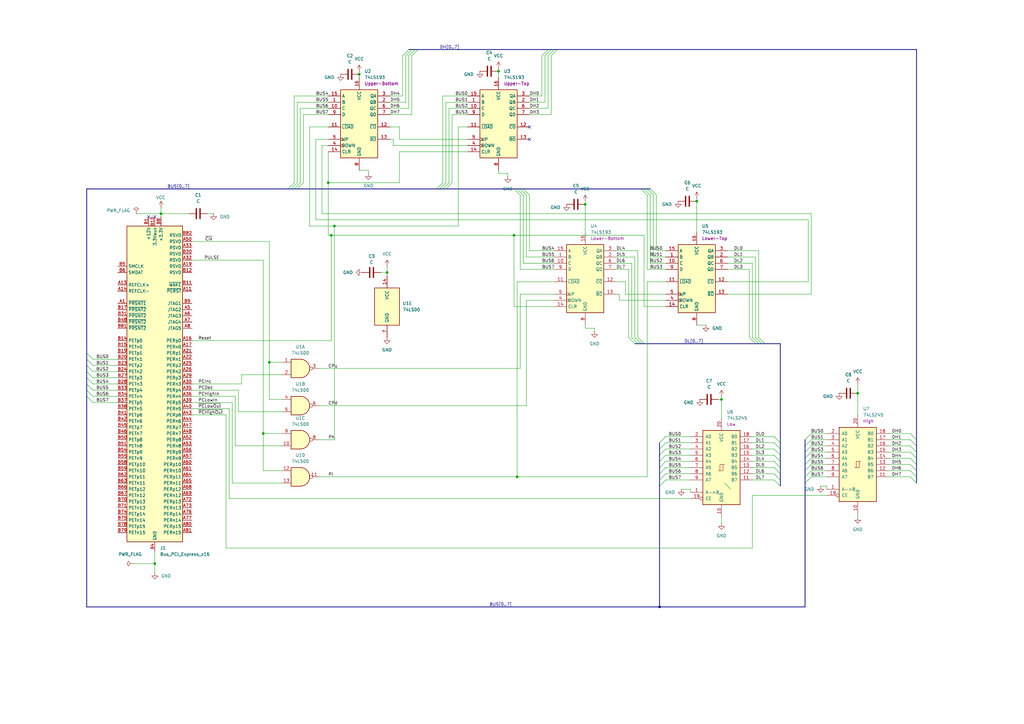
<source format=kicad_sch>
(kicad_sch (version 20250114) (generator "eeschema") (generator_version "9.0")
  (paper "A3")
  (junction (at 66.04 87.63))
  (junction (at 204.47 29.21))
  (junction (at 134.62 74.93))
  (junction (at 137.16 92.71))
  (junction (at 240.03 83.82))
  (junction (at 107.95 177.8))
  (junction (at 210.82 96.52))
  (junction (at 212.09 195.58))
  (junction (at 270.51 248.92))
  (junction (at 110.49 148.59))
  (junction (at 63.5 231.14))
  (junction (at 147.32 30.48))
  (junction (at 158.75 111.76))
  (junction (at 285.75 82.55))
  (junction (at 135.89 96.52))
  (junction (at 295.91 163.83))
  (junction (at 351.79 161.29))
  (no_connect (at 60.96 88.9))
  (no_connect (at 217.17 52.07))
  (no_connect (at 217.17 57.15))
  (no_connect (at 63.5 88.9))
  (bus_entry (at 320.04 186.69) (size -2.54 -2.54))
  (bus_entry (at 179.07 77.47) (size 2.54 -2.54))
  (bus_entry (at 311.15 140.97) (size -2.54 -2.54))
  (bus_entry (at 270.51 196.85) (size 2.54 -2.54))
  (bus_entry (at 309.88 140.97) (size -2.54 -2.54))
  (bus_entry (at 375.92 193.04) (size -2.54 -2.54))
  (bus_entry (at 375.92 187.96) (size -2.54 -2.54))
  (bus_entry (at 330.2 193.04) (size 2.54 -2.54))
  (bus_entry (at 35.56 152.4) (size 2.54 2.54))
  (bus_entry (at 35.56 154.94) (size 2.54 2.54))
  (bus_entry (at 270.51 194.31) (size 2.54 -2.54))
  (bus_entry (at 375.92 182.88) (size -2.54 -2.54))
  (bus_entry (at 270.51 186.69) (size 2.54 -2.54))
  (bus_entry (at 264.16 140.97) (size -2.54 -2.54))
  (bus_entry (at 313.69 140.97) (size -2.54 -2.54))
  (bus_entry (at 312.42 140.97) (size -2.54 -2.54))
  (bus_entry (at 210.82 77.47) (size 2.54 2.54))
  (bus_entry (at 118.11 77.47) (size 2.54 -2.54))
  (bus_entry (at 266.7 77.47) (size 2.54 2.54))
  (bus_entry (at 264.16 77.47) (size 2.54 2.54))
  (bus_entry (at 35.56 162.56) (size 2.54 2.54))
  (bus_entry (at 270.51 184.15) (size 2.54 -2.54))
  (bus_entry (at 270.51 181.61) (size 2.54 -2.54))
  (bus_entry (at 320.04 181.61) (size -2.54 -2.54))
  (bus_entry (at 224.79 20.32) (size -2.54 2.54))
  (bus_entry (at 375.92 185.42) (size -2.54 -2.54))
  (bus_entry (at 330.2 198.12) (size 2.54 -2.54))
  (bus_entry (at 320.04 184.15) (size -2.54 -2.54))
  (bus_entry (at 121.92 77.47) (size 2.54 -2.54))
  (bus_entry (at 35.56 160.02) (size 2.54 2.54))
  (bus_entry (at 375.92 195.58) (size -2.54 -2.54))
  (bus_entry (at 330.2 190.5) (size 2.54 -2.54))
  (bus_entry (at 227.33 20.32) (size -2.54 2.54))
  (bus_entry (at 35.56 149.86) (size 2.54 2.54))
  (bus_entry (at 320.04 199.39) (size -2.54 -2.54))
  (bus_entry (at 330.2 187.96) (size 2.54 -2.54))
  (bus_entry (at 182.88 77.47) (size 2.54 -2.54))
  (bus_entry (at 262.89 140.97) (size -2.54 -2.54))
  (bus_entry (at 261.62 140.97) (size -2.54 -2.54))
  (bus_entry (at 119.38 77.47) (size 2.54 -2.54))
  (bus_entry (at 375.92 190.5) (size -2.54 -2.54))
  (bus_entry (at 320.04 196.85) (size -2.54 -2.54))
  (bus_entry (at 170.18 20.32) (size -2.54 2.54))
  (bus_entry (at 167.64 20.32) (size -2.54 2.54))
  (bus_entry (at 180.34 77.47) (size 2.54 -2.54))
  (bus_entry (at 320.04 194.31) (size -2.54 -2.54))
  (bus_entry (at 330.2 182.88) (size 2.54 -2.54))
  (bus_entry (at 330.2 180.34) (size 2.54 -2.54))
  (bus_entry (at 330.2 185.42) (size 2.54 -2.54))
  (bus_entry (at 270.51 189.23) (size 2.54 -2.54))
  (bus_entry (at 297.18 198.12) (size 2.54 2.54))
  (bus_entry (at 330.2 195.58) (size 2.54 -2.54))
  (bus_entry (at 168.91 20.32) (size -2.54 2.54))
  (bus_entry (at 214.63 77.47) (size 2.54 2.54))
  (bus_entry (at 181.61 77.47) (size 2.54 -2.54))
  (bus_entry (at 226.06 20.32) (size -2.54 2.54))
  (bus_entry (at 320.04 191.77) (size -2.54 -2.54))
  (bus_entry (at 120.65 77.47) (size 2.54 -2.54))
  (bus_entry (at 375.92 198.12) (size -2.54 -2.54))
  (bus_entry (at 35.56 144.78) (size 2.54 2.54))
  (bus_entry (at 35.56 157.48) (size 2.54 2.54))
  (bus_entry (at 228.6 20.32) (size -2.54 2.54))
  (bus_entry (at 375.92 180.34) (size -2.54 -2.54))
  (bus_entry (at 270.51 199.39) (size 2.54 -2.54))
  (bus_entry (at 262.89 77.47) (size 2.54 2.54))
  (bus_entry (at 265.43 77.47) (size 2.54 2.54))
  (bus_entry (at 212.09 77.47) (size 2.54 2.54))
  (bus_entry (at 270.51 191.77) (size 2.54 -2.54))
  (bus_entry (at 260.35 140.97) (size -2.54 -2.54))
  (bus_entry (at 35.56 147.32) (size 2.54 2.54))
  (bus_entry (at 213.36 77.47) (size 2.54 2.54))
  (bus_entry (at 320.04 189.23) (size -2.54 -2.54))
  (bus_entry (at 171.45 20.32) (size -2.54 2.54))
  (wire (pts (xy 123.19 74.93) (xy 123.19 44.45)))
  (wire (pts (xy 273.05 186.69) (xy 283.21 186.69)))
  (wire (pts (xy 223.52 41.91) (xy 217.17 41.91)))
  (wire (pts (xy 217.17 46.99) (xy 226.06 46.99)))
  (wire (pts (xy 95.25 165.1) (xy 95.25 198.12)))
  (bus (pts (xy 35.56 149.86) (xy 35.56 152.4)))
  (wire (pts (xy 78.74 170.18) (xy 92.71 170.18)))
  (bus (pts (xy 320.04 184.15) (xy 320.04 186.69)))
  (wire (pts (xy 134.62 96.52) (xy 135.89 96.52)))
  (wire (pts (xy 38.1 165.1) (xy 48.26 165.1)))
  (wire (pts (xy 184.15 74.93) (xy 184.15 44.45)))
  (wire (pts (xy 130.81 195.58) (xy 212.09 195.58)))
  (wire (pts (xy 308.61 203.2) (xy 339.09 203.2)))
  (bus (pts (xy 270.51 186.69) (xy 270.51 189.23)))
  (wire (pts (xy 55.88 87.63) (xy 66.04 87.63)))
  (bus (pts (xy 270.51 191.77) (xy 270.51 194.31)))
  (wire (pts (xy 137.16 92.71) (xy 187.96 92.71)))
  (wire (pts (xy 120.65 74.93) (xy 120.65 39.37)))
  (bus (pts (xy 35.56 157.48) (xy 35.56 160.02)))
  (wire (pts (xy 273.05 184.15) (xy 283.21 184.15)))
  (wire (pts (xy 311.15 138.43) (xy 311.15 102.87)))
  (wire (pts (xy 273.05 189.23) (xy 283.21 189.23)))
  (wire (pts (xy 351.79 212.09) (xy 351.79 210.82)))
  (bus (pts (xy 260.35 140.97) (xy 261.62 140.97)))
  (wire (pts (xy 110.49 148.59) (xy 110.49 99.06)))
  (bus (pts (xy 35.56 154.94) (xy 35.56 157.48)))
  (wire (pts (xy 134.62 74.93) (xy 134.62 96.52)))
  (wire (pts (xy 260.35 138.43) (xy 260.35 105.41)))
  (wire (pts (xy 308.61 224.79) (xy 308.61 203.2)))
  (bus (pts (xy 35.56 77.47) (xy 118.11 77.47)))
  (bus (pts (xy 170.18 20.32) (xy 168.91 20.32)))
  (wire (pts (xy 264.16 96.52) (xy 264.16 125.73)))
  (bus (pts (xy 330.2 193.04) (xy 330.2 195.58)))
  (wire (pts (xy 212.09 195.58) (xy 265.43 195.58)))
  (wire (pts (xy 215.9 80.01) (xy 215.9 105.41)))
  (bus (pts (xy 168.91 20.32) (xy 167.64 20.32)))
  (wire (pts (xy 317.5 196.85) (xy 308.61 196.85)))
  (bus (pts (xy 311.15 140.97) (xy 312.42 140.97)))
  (wire (pts (xy 273.05 194.31) (xy 283.21 194.31)))
  (wire (pts (xy 298.45 115.57) (xy 331.47 115.57)))
  (bus (pts (xy 330.2 180.34) (xy 330.2 182.88)))
  (bus (pts (xy 375.92 195.58) (xy 375.92 198.12)))
  (wire (pts (xy 38.1 152.4) (xy 48.26 152.4)))
  (wire (pts (xy 339.09 180.34) (xy 332.74 180.34)))
  (wire (pts (xy 93.98 167.64) (xy 93.98 204.47)))
  (wire (pts (xy 339.09 182.88) (xy 332.74 182.88)))
  (wire (pts (xy 259.08 138.43) (xy 259.08 107.95)))
  (wire (pts (xy 252.73 120.65) (xy 254 120.65)))
  (wire (pts (xy 269.24 80.01) (xy 269.24 102.87)))
  (wire (pts (xy 267.97 80.01) (xy 267.97 105.41)))
  (wire (pts (xy 124.46 46.99) (xy 134.62 46.99)))
  (bus (pts (xy 171.45 20.32) (xy 224.79 20.32)))
  (wire (pts (xy 165.1 22.86) (xy 165.1 39.37)))
  (wire (pts (xy 123.19 44.45) (xy 134.62 44.45)))
  (wire (pts (xy 243.84 134.62) (xy 240.03 134.62)))
  (bus (pts (xy 270.51 196.85) (xy 270.51 199.39)))
  (wire (pts (xy 339.09 177.8) (xy 332.74 177.8)))
  (wire (pts (xy 87.63 87.63) (xy 85.09 87.63)))
  (wire (pts (xy 351.79 157.48) (xy 351.79 161.29)))
  (wire (pts (xy 217.17 102.87) (xy 227.33 102.87)))
  (wire (pts (xy 285.75 82.55) (xy 285.75 95.25)))
  (bus (pts (xy 171.45 20.32) (xy 170.18 20.32)))
  (wire (pts (xy 256.54 120.65) (xy 256.54 115.57)))
  (bus (pts (xy 180.34 77.47) (xy 181.61 77.47)))
  (wire (pts (xy 295.91 163.83) (xy 295.91 171.45)))
  (wire (pts (xy 215.9 166.37) (xy 215.9 123.19)))
  (wire (pts (xy 351.79 161.29) (xy 351.79 170.18)))
  (bus (pts (xy 375.92 193.04) (xy 375.92 195.58)))
  (wire (pts (xy 95.25 198.12) (xy 115.57 198.12)))
  (wire (pts (xy 317.5 186.69) (xy 308.61 186.69)))
  (wire (pts (xy 257.81 138.43) (xy 257.81 110.49)))
  (wire (pts (xy 208.28 72.39) (xy 208.28 71.12)))
  (wire (pts (xy 339.09 199.39) (xy 339.09 200.66)))
  (wire (pts (xy 181.61 39.37) (xy 191.77 39.37)))
  (bus (pts (xy 228.6 20.32) (xy 375.92 20.32)))
  (wire (pts (xy 298.45 110.49) (xy 307.34 110.49)))
  (wire (pts (xy 99.06 153.67) (xy 115.57 153.67)))
  (wire (pts (xy 185.42 46.99) (xy 191.77 46.99)))
  (bus (pts (xy 312.42 140.97) (xy 313.69 140.97)))
  (wire (pts (xy 147.32 30.48) (xy 147.32 31.75)))
  (bus (pts (xy 121.92 77.47) (xy 179.07 77.47)))
  (bus (pts (xy 226.06 20.32) (xy 224.79 20.32)))
  (wire (pts (xy 252.73 105.41) (xy 260.35 105.41)))
  (wire (pts (xy 127 92.71) (xy 127 52.07)))
  (bus (pts (xy 320.04 191.77) (xy 320.04 194.31)))
  (wire (pts (xy 151.13 69.85) (xy 147.32 69.85)))
  (wire (pts (xy 107.95 177.8) (xy 115.57 177.8)))
  (bus (pts (xy 375.92 185.42) (xy 375.92 187.96)))
  (wire (pts (xy 97.79 168.91) (xy 115.57 168.91)))
  (wire (pts (xy 309.88 138.43) (xy 309.88 105.41)))
  (wire (pts (xy 110.49 99.06) (xy 78.74 99.06)))
  (wire (pts (xy 130.81 180.34) (xy 137.16 180.34)))
  (wire (pts (xy 264.16 125.73) (xy 273.05 125.73)))
  (bus (pts (xy 270.51 248.92) (xy 330.2 248.92)))
  (wire (pts (xy 54.61 231.14) (xy 63.5 231.14)))
  (bus (pts (xy 35.56 77.47) (xy 35.56 144.78)))
  (wire (pts (xy 213.36 110.49) (xy 227.33 110.49)))
  (wire (pts (xy 167.64 44.45) (xy 160.02 44.45)))
  (wire (pts (xy 257.81 110.49) (xy 252.73 110.49)))
  (wire (pts (xy 166.37 22.86) (xy 166.37 41.91)))
  (wire (pts (xy 110.49 163.83) (xy 115.57 163.83)))
  (bus (pts (xy 330.2 187.96) (xy 330.2 190.5)))
  (wire (pts (xy 135.89 96.52) (xy 210.82 96.52)))
  (wire (pts (xy 163.83 57.15) (xy 191.77 57.15)))
  (wire (pts (xy 187.96 52.07) (xy 191.77 52.07)))
  (bus (pts (xy 330.2 185.42) (xy 330.2 187.96)))
  (wire (pts (xy 373.38 180.34) (xy 364.49 180.34)))
  (wire (pts (xy 339.09 195.58) (xy 332.74 195.58)))
  (wire (pts (xy 129.54 90.17) (xy 129.54 57.15)))
  (wire (pts (xy 317.5 184.15) (xy 308.61 184.15)))
  (wire (pts (xy 78.74 139.7) (xy 135.89 139.7)))
  (wire (pts (xy 373.38 182.88) (xy 364.49 182.88)))
  (wire (pts (xy 107.95 177.8) (xy 107.95 193.04)))
  (wire (pts (xy 132.08 87.63) (xy 132.08 59.69)))
  (bus (pts (xy 320.04 196.85) (xy 320.04 199.39)))
  (wire (pts (xy 182.88 74.93) (xy 182.88 41.91)))
  (wire (pts (xy 339.09 193.04) (xy 332.74 193.04)))
  (wire (pts (xy 266.7 107.95) (xy 273.05 107.95)))
  (bus (pts (xy 228.6 20.32) (xy 227.33 20.32)))
  (bus (pts (xy 320.04 189.23) (xy 320.04 191.77)))
  (bus (pts (xy 118.11 77.47) (xy 119.38 77.47)))
  (bus (pts (xy 35.56 147.32) (xy 35.56 149.86)))
  (wire (pts (xy 285.75 133.35) (xy 289.56 133.35)))
  (wire (pts (xy 217.17 80.01) (xy 217.17 102.87)))
  (wire (pts (xy 78.74 160.02) (xy 97.79 160.02)))
  (wire (pts (xy 317.5 181.61) (xy 308.61 181.61)))
  (wire (pts (xy 132.08 59.69) (xy 134.62 59.69)))
  (wire (pts (xy 265.43 110.49) (xy 273.05 110.49)))
  (wire (pts (xy 107.95 193.04) (xy 115.57 193.04)))
  (wire (pts (xy 240.03 82.55) (xy 240.03 83.82)))
  (wire (pts (xy 298.45 105.41) (xy 309.88 105.41)))
  (bus (pts (xy 261.62 140.97) (xy 262.89 140.97)))
  (bus (pts (xy 330.2 190.5) (xy 330.2 193.04)))
  (wire (pts (xy 294.64 163.83) (xy 295.91 163.83)))
  (wire (pts (xy 167.64 22.86) (xy 167.64 44.45)))
  (wire (pts (xy 161.29 59.69) (xy 161.29 57.15)))
  (wire (pts (xy 110.49 148.59) (xy 115.57 148.59)))
  (bus (pts (xy 213.36 77.47) (xy 214.63 77.47)))
  (wire (pts (xy 210.82 125.73) (xy 227.33 125.73)))
  (wire (pts (xy 214.63 80.01) (xy 214.63 107.95)))
  (bus (pts (xy 35.56 144.78) (xy 35.56 147.32)))
  (wire (pts (xy 254 120.65) (xy 254 123.19)))
  (bus (pts (xy 375.92 182.88) (xy 375.92 185.42)))
  (wire (pts (xy 298.45 120.65) (xy 332.74 120.65)))
  (wire (pts (xy 331.47 115.57) (xy 331.47 90.17)))
  (bus (pts (xy 270.51 184.15) (xy 270.51 186.69)))
  (wire (pts (xy 63.5 231.14) (xy 63.5 234.95)))
  (wire (pts (xy 210.82 96.52) (xy 210.82 125.73)))
  (bus (pts (xy 262.89 77.47) (xy 214.63 77.47)))
  (wire (pts (xy 213.36 151.13) (xy 213.36 120.65)))
  (wire (pts (xy 92.71 224.79) (xy 308.61 224.79)))
  (wire (pts (xy 161.29 57.15) (xy 160.02 57.15)))
  (wire (pts (xy 210.82 96.52) (xy 264.16 96.52)))
  (bus (pts (xy 35.56 162.56) (xy 35.56 248.92)))
  (wire (pts (xy 96.52 162.56) (xy 96.52 182.88)))
  (wire (pts (xy 121.92 41.91) (xy 134.62 41.91)))
  (wire (pts (xy 121.92 74.93) (xy 121.92 41.91)))
  (wire (pts (xy 213.36 80.01) (xy 213.36 110.49)))
  (wire (pts (xy 256.54 120.65) (xy 273.05 120.65)))
  (wire (pts (xy 124.46 74.93) (xy 124.46 46.99)))
  (wire (pts (xy 373.38 193.04) (xy 364.49 193.04)))
  (wire (pts (xy 295.91 212.09) (xy 295.91 214.63)))
  (wire (pts (xy 285.75 81.28) (xy 285.75 82.55)))
  (wire (pts (xy 243.84 134.62) (xy 243.84 135.89)))
  (wire (pts (xy 283.21 200.66) (xy 283.21 201.93)))
  (wire (pts (xy 224.79 22.86) (xy 224.79 44.45)))
  (wire (pts (xy 261.62 138.43) (xy 261.62 102.87)))
  (wire (pts (xy 135.89 96.52) (xy 135.89 139.7)))
  (bus (pts (xy 320.04 140.97) (xy 320.04 181.61)))
  (wire (pts (xy 78.74 165.1) (xy 95.25 165.1)))
  (wire (pts (xy 127 52.07) (xy 134.62 52.07)))
  (bus (pts (xy 181.61 77.47) (xy 182.88 77.47)))
  (wire (pts (xy 130.81 166.37) (xy 215.9 166.37)))
  (wire (pts (xy 261.62 102.87) (xy 252.73 102.87)))
  (wire (pts (xy 93.98 204.47) (xy 283.21 204.47)))
  (wire (pts (xy 252.73 107.95) (xy 259.08 107.95)))
  (wire (pts (xy 331.47 90.17) (xy 129.54 90.17)))
  (wire (pts (xy 373.38 190.5) (xy 364.49 190.5)))
  (wire (pts (xy 38.1 149.86) (xy 48.26 149.86)))
  (wire (pts (xy 168.91 46.99) (xy 160.02 46.99)))
  (wire (pts (xy 185.42 74.93) (xy 185.42 46.99)))
  (bus (pts (xy 35.56 152.4) (xy 35.56 154.94)))
  (wire (pts (xy 339.09 185.42) (xy 332.74 185.42)))
  (bus (pts (xy 320.04 181.61) (xy 320.04 184.15)))
  (wire (pts (xy 38.1 157.48) (xy 48.26 157.48)))
  (wire (pts (xy 110.49 148.59) (xy 110.49 163.83)))
  (wire (pts (xy 240.03 83.82) (xy 240.03 95.25)))
  (wire (pts (xy 97.79 160.02) (xy 97.79 168.91)))
  (bus (pts (xy 375.92 187.96) (xy 375.92 190.5)))
  (bus (pts (xy 264.16 140.97) (xy 309.88 140.97)))
  (wire (pts (xy 134.62 74.93) (xy 163.83 74.93)))
  (bus (pts (xy 320.04 186.69) (xy 320.04 189.23)))
  (wire (pts (xy 265.43 195.58) (xy 265.43 115.57)))
  (wire (pts (xy 38.1 154.94) (xy 48.26 154.94)))
  (wire (pts (xy 182.88 41.91) (xy 191.77 41.91)))
  (wire (pts (xy 163.83 62.23) (xy 163.83 74.93)))
  (wire (pts (xy 38.1 160.02) (xy 48.26 160.02)))
  (bus (pts (xy 265.43 77.47) (xy 266.7 77.47)))
  (wire (pts (xy 63.5 226.06) (xy 63.5 231.14)))
  (wire (pts (xy 373.38 187.96) (xy 364.49 187.96)))
  (bus (pts (xy 120.65 77.47) (xy 121.92 77.47)))
  (wire (pts (xy 204.47 27.94) (xy 204.47 29.21)))
  (wire (pts (xy 267.97 105.41) (xy 273.05 105.41)))
  (wire (pts (xy 339.09 187.96) (xy 332.74 187.96)))
  (wire (pts (xy 163.83 62.23) (xy 191.77 62.23)))
  (wire (pts (xy 295.91 162.56) (xy 295.91 163.83)))
  (wire (pts (xy 161.29 59.69) (xy 191.77 59.69)))
  (wire (pts (xy 166.37 41.91) (xy 160.02 41.91)))
  (bus (pts (xy 262.89 140.97) (xy 264.16 140.97)))
  (wire (pts (xy 66.04 85.09) (xy 66.04 87.63)))
  (wire (pts (xy 156.21 111.76) (xy 158.75 111.76)))
  (wire (pts (xy 215.9 105.41) (xy 227.33 105.41)))
  (wire (pts (xy 107.95 106.68) (xy 107.95 177.8)))
  (bus (pts (xy 227.33 20.32) (xy 226.06 20.32)))
  (wire (pts (xy 223.52 22.86) (xy 223.52 41.91)))
  (bus (pts (xy 119.38 77.47) (xy 120.65 77.47)))
  (wire (pts (xy 298.45 102.87) (xy 311.15 102.87)))
  (wire (pts (xy 273.05 181.61) (xy 283.21 181.61)))
  (bus (pts (xy 270.51 199.39) (xy 270.51 248.92)))
  (bus (pts (xy 264.16 77.47) (xy 265.43 77.47)))
  (wire (pts (xy 217.17 44.45) (xy 224.79 44.45)))
  (bus (pts (xy 330.2 195.58) (xy 330.2 198.12)))
  (wire (pts (xy 317.5 179.07) (xy 308.61 179.07)))
  (bus (pts (xy 270.51 189.23) (xy 270.51 191.77)))
  (wire (pts (xy 147.32 29.21) (xy 147.32 30.48)))
  (bus (pts (xy 330.2 198.12) (xy 330.2 248.92)))
  (wire (pts (xy 273.05 191.77) (xy 283.21 191.77)))
  (bus (pts (xy 330.2 182.88) (xy 330.2 185.42)))
  (wire (pts (xy 332.74 87.63) (xy 132.08 87.63)))
  (wire (pts (xy 317.5 189.23) (xy 308.61 189.23)))
  (wire (pts (xy 78.74 162.56) (xy 96.52 162.56)))
  (wire (pts (xy 66.04 87.63) (xy 66.04 88.9)))
  (wire (pts (xy 130.81 151.13) (xy 213.36 151.13)))
  (wire (pts (xy 38.1 147.32) (xy 48.26 147.32)))
  (wire (pts (xy 317.5 191.77) (xy 308.61 191.77)))
  (wire (pts (xy 213.36 120.65) (xy 227.33 120.65)))
  (wire (pts (xy 99.06 153.67) (xy 99.06 157.48)))
  (bus (pts (xy 309.88 140.97) (xy 311.15 140.97)))
  (wire (pts (xy 226.06 22.86) (xy 226.06 46.99)))
  (wire (pts (xy 137.16 92.71) (xy 127 92.71)))
  (bus (pts (xy 375.92 190.5) (xy 375.92 193.04)))
  (wire (pts (xy 151.13 69.85) (xy 151.13 71.12)))
  (wire (pts (xy 134.62 74.93) (xy 134.62 62.23)))
  (wire (pts (xy 163.83 52.07) (xy 163.83 57.15)))
  (wire (pts (xy 214.63 107.95) (xy 227.33 107.95)))
  (wire (pts (xy 339.09 190.5) (xy 332.74 190.5)))
  (bus (pts (xy 179.07 77.47) (xy 180.34 77.47)))
  (wire (pts (xy 373.38 195.58) (xy 364.49 195.58)))
  (wire (pts (xy 317.5 194.31) (xy 308.61 194.31)))
  (wire (pts (xy 137.16 180.34) (xy 137.16 92.71)))
  (wire (pts (xy 273.05 196.85) (xy 283.21 196.85)))
  (wire (pts (xy 332.74 120.65) (xy 332.74 87.63)))
  (wire (pts (xy 373.38 177.8) (xy 364.49 177.8)))
  (wire (pts (xy 265.43 115.57) (xy 273.05 115.57)))
  (wire (pts (xy 184.15 44.45) (xy 191.77 44.45)))
  (wire (pts (xy 298.45 107.95) (xy 308.61 107.95)))
  (wire (pts (xy 265.43 80.01) (xy 265.43 110.49)))
  (bus (pts (xy 182.88 77.47) (xy 210.82 77.47)))
  (bus (pts (xy 270.51 181.61) (xy 270.51 184.15)))
  (wire (pts (xy 336.55 199.39) (xy 339.09 199.39)))
  (wire (pts (xy 373.38 185.42) (xy 364.49 185.42)))
  (wire (pts (xy 269.24 102.87) (xy 273.05 102.87)))
  (bus (pts (xy 210.82 77.47) (xy 212.09 77.47)))
  (wire (pts (xy 204.47 31.75) (xy 204.47 29.21)))
  (wire (pts (xy 252.73 115.57) (xy 256.54 115.57)))
  (wire (pts (xy 266.7 80.01) (xy 266.7 107.95)))
  (bus (pts (xy 35.56 248.92) (xy 270.51 248.92)))
  (wire (pts (xy 78.74 167.64) (xy 93.98 167.64)))
  (wire (pts (xy 120.65 39.37) (xy 134.62 39.37)))
  (bus (pts (xy 262.89 77.47) (xy 264.16 77.47)))
  (bus (pts (xy 212.09 77.47) (xy 213.36 77.47)))
  (wire (pts (xy 273.05 179.07) (xy 283.21 179.07)))
  (wire (pts (xy 240.03 134.62) (xy 240.03 133.35)))
  (wire (pts (xy 158.75 111.76) (xy 158.75 113.03)))
  (bus (pts (xy 320.04 194.31) (xy 320.04 196.85)))
  (wire (pts (xy 96.52 182.88) (xy 115.57 182.88)))
  (wire (pts (xy 129.54 57.15) (xy 134.62 57.15)))
  (wire (pts (xy 212.09 115.57) (xy 212.09 195.58)))
  (wire (pts (xy 78.74 157.48) (xy 99.06 157.48)))
  (wire (pts (xy 187.96 92.71) (xy 187.96 52.07)))
  (wire (pts (xy 204.47 71.12) (xy 204.47 69.85)))
  (wire (pts (xy 308.61 138.43) (xy 308.61 107.95)))
  (wire (pts (xy 212.09 115.57) (xy 227.33 115.57)))
  (wire (pts (xy 279.4 200.66) (xy 283.21 200.66)))
  (wire (pts (xy 222.25 39.37) (xy 217.17 39.37)))
  (wire (pts (xy 181.61 74.93) (xy 181.61 39.37)))
  (bus (pts (xy 375.92 20.32) (xy 375.92 180.34)))
  (wire (pts (xy 222.25 22.86) (xy 222.25 39.37)))
  (wire (pts (xy 254 123.19) (xy 273.05 123.19)))
  (wire (pts (xy 160.02 52.07) (xy 163.83 52.07)))
  (wire (pts (xy 66.04 87.63) (xy 77.47 87.63)))
  (bus (pts (xy 313.69 140.97) (xy 320.04 140.97)))
  (wire (pts (xy 158.75 109.22) (xy 158.75 111.76)))
  (wire (pts (xy 307.34 138.43) (xy 307.34 110.49)))
  (wire (pts (xy 165.1 39.37) (xy 160.02 39.37)))
  (wire (pts (xy 78.74 106.68) (xy 107.95 106.68)))
  (wire (pts (xy 215.9 123.19) (xy 227.33 123.19)))
  (bus (pts (xy 270.51 194.31) (xy 270.51 196.85)))
  (wire (pts (xy 168.91 22.86) (xy 168.91 46.99)))
  (wire (pts (xy 92.71 170.18) (xy 92.71 224.79)))
  (bus (pts (xy 35.56 160.02) (xy 35.56 162.56)))
  (wire (pts (xy 38.1 162.56) (xy 48.26 162.56)))
  (bus (pts (xy 375.92 180.34) (xy 375.92 182.88)))
  (wire (pts (xy 208.28 71.12) (xy 204.47 71.12)))
  (label "BUS3" (at 279.4 186.69 180))
  (label "DH1" (at 365.76 180.34 0))
  (label "BUS4" (at 279.4 189.23 180))
  (label "DH0" (at 365.76 177.8 0))
  (label "DH1" (at 217.17 41.91 0))
  (label "BUS7" (at 129.54 46.99 0))
  (label "BUS2" (at 39.37 152.4 0))
  (label "DL[0..7]" (at 280.67 140.97 0))
  (label "BUS1" (at 279.4 181.61 180))
  (label "BUS2" (at 271.78 107.95 180))
  (label "PCLowIn" (at 81.28 165.1 0))
  (label "BUS6" (at 279.4 194.31 180))
  (label "BUS5" (at 129.54 41.91 0))
  (label "BUS1" (at 186.69 41.91 0))
  (label "DL2" (at 309.88 184.15 0))
  (label "BUS0" (at 39.4195 147.32 0))
  (label "BUS3" (at 39.4195 154.94 0))
  (label "DH5" (at 365.76 190.5 0))
  (label "DL1" (at 309.88 181.61 0))
  (label "BUS7" (at 39.4195 165.1 0))
  (label "Pl" (at 134.62 195.58 0))
  (label "BUS[0..7]" (at 68.58 77.47 0))
  (label "BUS7" (at 222.25 110.49 0))
  (label "BUS5" (at 39.4195 160.02 0))
  (label "BUS3" (at 271.78 110.49 180))
  (label "CPu" (at 134.62 151.13 0))
  (label "BUS5" (at 279.4 191.77 180))
  (label "BUS7" (at 279.4 196.85 180))
  (label "PCInc" (at 81.28 157.48 0))
  (label "DH6" (at 365.76 193.04 0))
  (label "Reset" (at 81.28 139.7 0))
  (label "DL7" (at 309.88 196.85 0))
  (label "BUS4" (at 222.25 102.87 0))
  (label "DL0" (at 300.99 102.87 0))
  (label "BUS2" (at 186.69 44.45 0))
  (label "DH6" (at 160.02 44.45 0))
  (label "CPd" (at 134.62 166.37 0))
  (label "BUS4" (at 337.82 187.96 180))
  (label "DH7" (at 365.76 195.58 0))
  (label "PULSE" (at 83.82 106.68 0))
  (label "~{PCHighOut}" (at 81.28 170.18 0))
  (label "DH4" (at 365.76 187.96 0))
  (label "PCDec" (at 81.28 160.02 0))
  (label "DL4" (at 252.73 102.87 0))
  (label "DH2" (at 217.17 44.45 0))
  (label "DL3" (at 300.99 110.49 0))
  (label "DL3" (at 309.88 186.69 0))
  (label "BUS5" (at 222.25 105.41 0))
  (label "DH[0..7]" (at 180.34 20.32 0))
  (label "BUS[0..7]" (at 200.66 248.92 0))
  (label "BUS6" (at 222.25 107.95 0))
  (label "DL5" (at 309.88 191.77 0))
  (label "BUS6" (at 39.4195 162.56 0))
  (label "BUS1" (at 337.82 180.34 180))
  (label "BUS2" (at 279.4 184.15 180))
  (label "PCHighIn" (at 81.28 162.56 0))
  (label "DL6" (at 309.88 194.31 0))
  (label "BUS0" (at 186.69 39.37 0))
  (label "BUS6" (at 337.82 193.04 180))
  (label "BUS2" (at 337.82 182.88 180))
  (label "~{PCLowOut}" (at 81.28 167.64 0))
  (label "BUS3" (at 337.82 185.42 180))
  (label "BUS3" (at 186.69 46.99 0))
  (label "DH3" (at 217.17 46.99 0))
  (label "BUS4" (at 39.4195 157.48 0))
  (label "BUS5" (at 337.82 190.5 180))
  (label "DL7" (at 252.73 110.49 0))
  (label "DL4" (at 309.88 189.23 0))
  (label "DL0" (at 309.88 179.07 0))
  (label "DL1" (at 300.99 105.41 0))
  (label "DL5" (at 252.73 105.41 0))
  (label "DL6" (at 252.73 107.95 0))
  (label "DH4" (at 160.02 39.37 0))
  (label "DH2" (at 365.76 182.88 0))
  (label "BUS0" (at 271.78 102.87 180))
  (label "Ph" (at 134.62 180.34 0))
  (label "BUS1" (at 271.78 105.41 180))
  (label "DH0" (at 217.17 39.37 0))
  (label "BUS4" (at 129.54 39.37 0))
  (label "BUS6" (at 129.54 44.45 0))
  (label "~{Clk}" (at 84.1013 99.06 0))
  (label "BUS0" (at 279.4 179.07 180))
  (label "BUS1" (at 39.4195 149.86 0))
  (label "DH5" (at 160.02 41.91 0))
  (label "DH3" (at 365.76 185.42 0))
  (label "BUS7" (at 337.82 195.58 180))
  (label "BUS0" (at 337.82 177.8 180))
  (label "DH7" (at 160.02 46.99 0))
  (label "DL2" (at 300.99 107.95 0))
  (symbol (lib_id "power:VCC") (at 285.75 81.28 0) (unit 1)
    (property "Reference" "#PWR018" (effects (hide yes)))
    (property "Value" "VCC" (at 285.75 76.2 0))
    (property "Description" "Power symbol creates a global label with name \"VCC\"" (effects (hide yes)))
  )
  (symbol (lib_id "Device:C") (at 200.66 29.21 90) (unit 1)
    (property "Reference" "C4" (at 200.66 21.59 90))
    (property "Value" "C" (at 200.66 24.13 90))
    (property "Footprint" "Capacitor_THT:CP_Radial_D4.0mm_P1.50mm" (effects (hide yes)))
    (property "Description" "Unpolarized capacitor" (effects (hide yes)))
  )
  (symbol (lib_id "74xx:74LS193") (at 240.03 113.03 0) (unit 1)
    (property "Reference" "U4" (at 242.1733 92.71 0) (effects (justify left)))
    (property "Value" "74LS193" (at 242.1733 95.25 0) (effects (justify left)))
    (property "Footprint" "Package_DIP:DIP-16_W7.62mm_Socket_LongPads" (effects (hide yes)))
    (property "Datasheet" "http://www.ti.com/lit/ds/symlink/sn74ls193.pdf" (effects (hide yes)))
    (property "Description" "Synchronous 4-bit Up/Down (2 clk) counter" (effects (hide yes)))
    (property "Type" "Lower-Bottom" (at 242.1733 97.79 0) (effects (justify left)))
  )
  (symbol (lib_id "Device:C") (at 281.94 82.55 90) (unit 1)
    (property "Reference" "C6" (at 281.94 74.93 90))
    (property "Value" "C" (at 281.94 77.47 90))
    (property "Footprint" "Capacitor_THT:CP_Radial_D4.0mm_P1.50mm" (effects (hide yes)))
    (property "Description" "Unpolarized capacitor" (effects (hide yes)))
  )
  (symbol (lib_id "power:PWR_FLAG") (at 54.61 231.14 90) (unit 1)
    (property "Reference" "#FLG01" (effects (hide yes)))
    (property "Value" "PWR_FLAG" (at 53.34 227.33 90))
    (property "Description" "Special symbol for telling ERC where power comes from" (effects (hide yes)))
  )
  (symbol (lib_id "power:GND") (at 351.79 212.09 0) (unit 1)
    (property "Reference" "#PWR026" (effects (hide yes)))
    (property "Value" "GND" (at 351.79 217.17 0))
    (property "Description" "Power symbol creates a global label with name \"GND\" , ground" (effects (hide yes)))
  )
  (symbol (lib_id "Connector:Bus_PCI_Express_x16") (at 63.5 157.48 0) (unit 1)
    (property "Reference" "J1" (at 65.6433 224.79 0) (effects (justify left)))
    (property "Value" "Bus_PCI_Express_x16" (at 65.6433 227.33 0) (effects (justify left)))
    (property "Footprint" "Connector_PCBEdge:BUS_PCIexpress_x16" (effects (hide yes)))
    (property "Datasheet" "http://www.ritrontek.com/uploadfile/2016/1026/20161026105231124.pdf#page=63" (effects (hide yes)))
    (property "Description" "PCI Express bus connector x16" (effects (hide yes)))
  )
  (symbol (lib_id "power:GND") (at 87.63 87.63 0) (mirror y) (unit 1)
    (property "Reference" "#PWR03" (effects (hide yes)))
    (property "Value" "GND" (at 90.17 88.8999 0) (effects (justify right)))
    (property "Description" "Power symbol creates a global label with name \"GND\" , ground" (effects (hide yes)))
  )
  (symbol (lib_id "Device:C") (at 290.83 163.83 270) (unit 1)
    (property "Reference" "C7" (at 290.83 156.21 90))
    (property "Value" "C" (at 290.83 158.75 90))
    (property "Footprint" "Capacitor_THT:CP_Radial_D4.0mm_P1.50mm" (effects (hide yes)))
    (property "Description" "Unpolarized capacitor" (effects (hide yes)))
  )
  (symbol (lib_id "power:PWR_FLAG") (at 55.88 87.63 0) (mirror y) (unit 1)
    (property "Reference" "#FLG02" (effects (hide yes)))
    (property "Value" "PWR_FLAG" (at 53.34 86.3599 0) (effects (justify left)))
    (property "Description" "Special symbol for telling ERC where power comes from" (effects (hide yes)))
  )
  (symbol (lib_id "74xx:74LS245") (at 351.79 190.5 0) (unit 1)
    (property "Reference" "U7" (at 353.9333 167.64 0) (effects (justify left)))
    (property "Value" "74LS245" (at 353.9333 170.18 0) (effects (justify left)))
    (property "Footprint" "Package_DIP:DIP-20_W7.62mm_Socket_LongPads" (effects (hide yes)))
    (property "Datasheet" "http://www.ti.com/lit/gpn/sn74LS245" (effects (hide yes)))
    (property "Description" "Octal BUS Transceivers, 3-State outputs" (effects (hide yes)))
    (property "Type" "High" (at 353.9333 172.72 0) (effects (justify left)))
  )
  (symbol (lib_id "power:VCC") (at 158.75 109.22 0) (unit 1)
    (property "Reference" "#PWR08" (effects (hide yes)))
    (property "Value" "VCC" (at 158.75 104.14 0))
    (property "Description" "Power symbol creates a global label with name \"VCC\"" (effects (hide yes)))
  )
  (symbol (lib_id "power:GND") (at 336.55 199.39 0) (mirror y) (unit 1)
    (property "Reference" "#PWR023" (effects (hide yes)))
    (property "Value" "GND" (at 334.01 200.6599 0) (effects (justify left)))
    (property "Description" "Power symbol creates a global label with name \"GND\" , ground" (effects (hide yes)))
  )
  (symbol (lib_id "power:GND") (at 289.56 133.35 0) (unit 1)
    (property "Reference" "#PWR020" (effects (hide yes)))
    (property "Value" "GND" (at 292.1 134.6199 0) (effects (justify left)))
    (property "Description" "Power symbol creates a global label with name \"GND\" , ground" (effects (hide yes)))
  )
  (symbol (lib_id "power:VCC") (at 66.04 85.09 0) (mirror y) (unit 1)
    (property "Reference" "#PWR02" (effects (hide yes)))
    (property "Value" "VCC" (at 67.818 81.026 0) (effects (justify left)))
    (property "Description" "Power symbol creates a global label with name \"VCC\"" (effects (hide yes)))
  )
  (symbol (lib_id "power:GND") (at 295.91 214.63 0) (unit 1)
    (property "Reference" "#PWR022" (effects (hide yes)))
    (property "Value" "GND" (at 295.91 219.71 0))
    (property "Description" "Power symbol creates a global label with name \"GND\" , ground" (effects (hide yes)))
  )
  (symbol (lib_id "power:GND") (at 232.41 83.82 0) (mirror y) (unit 1)
    (property "Reference" "#PWR013" (effects (hide yes)))
    (property "Value" "GND" (at 229.87 85.0899 0) (effects (justify left)))
    (property "Description" "Power symbol creates a global label with name \"GND\" , ground" (effects (hide yes)))
  )
  (symbol (lib_id "74xx:74LS00") (at 123.19 195.58 0) (unit 4)
    (property "Reference" "U1" (at 123.1817 186.69 0))
    (property "Value" "74LS00" (at 123.1817 189.23 0))
    (property "Footprint" "Package_DIP:DIP-14_W7.62mm_Socket_LongPads" (effects (hide yes)))
    (property "Datasheet" "http://www.ti.com/lit/gpn/sn74ls00" (effects (hide yes)))
    (property "Description" "quad 2-input NAND gate" (effects (hide yes)))
  )
  (symbol (lib_id "power:GND") (at 208.28 72.39 0) (unit 1)
    (property "Reference" "#PWR012" (effects (hide yes)))
    (property "Value" "GND" (at 208.28 77.47 0))
    (property "Description" "Power symbol creates a global label with name \"GND\" , ground" (effects (hide yes)))
  )
  (symbol (lib_id "74xx:74LS00") (at 123.19 166.37 0) (unit 2)
    (property "Reference" "U1" (at 123.1817 157.48 0))
    (property "Value" "74LS00" (at 123.1817 160.02 0))
    (property "Footprint" "Package_DIP:DIP-14_W7.62mm_Socket_LongPads" (effects (hide yes)))
    (property "Datasheet" "http://www.ti.com/lit/gpn/sn74ls00" (effects (hide yes)))
    (property "Description" "quad 2-input NAND gate" (effects (hide yes)))
  )
  (symbol (lib_id "power:GND") (at 287.02 163.83 0) (mirror y) (unit 1)
    (property "Reference" "#PWR019" (effects (hide yes)))
    (property "Value" "GND" (at 284.48 165.0999 0) (effects (justify left)))
    (property "Description" "Power symbol creates a global label with name \"GND\" , ground" (effects (hide yes)))
  )
  (symbol (lib_id "74xx:74LS193") (at 285.75 113.03 0) (unit 1)
    (property "Reference" "U5" (at 287.8933 92.71 0) (effects (justify left)))
    (property "Value" "74LS193" (at 287.8933 95.25 0) (effects (justify left)))
    (property "Footprint" "Package_DIP:DIP-16_W7.62mm_Socket_LongPads" (effects (hide yes)))
    (property "Datasheet" "http://www.ti.com/lit/ds/symlink/sn74ls193.pdf" (effects (hide yes)))
    (property "Description" "Synchronous 4-bit Up/Down (2 clk) counter" (effects (hide yes)))
    (property "Type" "Lower-Top" (at 287.8933 97.79 0) (effects (justify left)))
  )
  (symbol (lib_id "power:VCC") (at 240.03 82.55 0) (unit 1)
    (property "Reference" "#PWR014" (effects (hide yes)))
    (property "Value" "VCC" (at 240.03 77.47 0))
    (property "Description" "Power symbol creates a global label with name \"VCC\"" (effects (hide yes)))
  )
  (symbol (lib_id "74xx:74LS00") (at 123.19 180.34 0) (unit 3)
    (property "Reference" "U1" (at 123.1817 171.45 0))
    (property "Value" "74LS00" (at 123.1817 173.99 0))
    (property "Footprint" "Package_DIP:DIP-14_W7.62mm_Socket_LongPads" (effects (hide yes)))
    (property "Datasheet" "http://www.ti.com/lit/gpn/sn74ls00" (effects (hide yes)))
    (property "Description" "quad 2-input NAND gate" (effects (hide yes)))
  )
  (symbol (lib_id "Device:C") (at 81.28 87.63 90) (mirror x) (unit 1)
    (property "Reference" "C1" (at 81.28 80.01 90))
    (property "Value" "C" (at 81.28 82.55 90))
    (property "Footprint" "Capacitor_THT:CP_Radial_D4.0mm_P1.50mm" (effects (hide yes)))
    (property "Description" "Unpolarized capacitor" (effects (hide yes)))
  )
  (symbol (lib_id "power:GND") (at 148.59 111.76 270) (unit 1)
    (property "Reference" "#PWR06" (effects (hide yes)))
    (property "Value" "GND" (at 144.78 111.7599 90) (effects (justify right)))
    (property "Description" "Power symbol creates a global label with name \"GND\" , ground" (effects (hide yes)))
  )
  (symbol (lib_id "power:GND") (at 139.7 30.48 0) (mirror y) (unit 1)
    (property "Reference" "#PWR04" (effects (hide yes)))
    (property "Value" "GND" (at 137.16 31.7499 0) (effects (justify left)))
    (property "Description" "Power symbol creates a global label with name \"GND\" , ground" (effects (hide yes)))
  )
  (symbol (lib_id "Device:C") (at 143.51 30.48 90) (unit 1)
    (property "Reference" "C2" (at 143.51 22.86 90))
    (property "Value" "C" (at 143.51 25.4 90))
    (property "Footprint" "Capacitor_THT:CP_Radial_D4.0mm_P1.50mm" (effects (hide yes)))
    (property "Description" "Unpolarized capacitor" (effects (hide yes)))
  )
  (symbol (lib_id "74xx:74LS193") (at 204.47 49.53 0) (unit 1)
    (property "Reference" "U3" (at 206.6133 29.21 0) (effects (justify left)))
    (property "Value" "74LS193" (at 206.6133 31.75 0) (effects (justify left)))
    (property "Footprint" "Package_DIP:DIP-16_W7.62mm_Socket_LongPads" (effects (hide yes)))
    (property "Datasheet" "http://www.ti.com/lit/ds/symlink/sn74ls193.pdf" (effects (hide yes)))
    (property "Description" "Synchronous 4-bit Up/Down (2 clk) counter" (effects (hide yes)))
    (property "Type" "Upper-Top" (at 206.6133 34.29 0) (effects (justify left)))
  )
  (symbol (lib_id "power:VCC") (at 147.32 29.21 0) (unit 1)
    (property "Reference" "#PWR05" (effects (hide yes)))
    (property "Value" "VCC" (at 147.32 24.13 0))
    (property "Description" "Power symbol creates a global label with name \"VCC\"" (effects (hide yes)))
  )
  (symbol (lib_id "power:VCC") (at 204.47 27.94 0) (unit 1)
    (property "Reference" "#PWR011" (effects (hide yes)))
    (property "Value" "VCC" (at 204.47 22.86 0))
    (property "Description" "Power symbol creates a global label with name \"VCC\"" (effects (hide yes)))
  )
  (symbol (lib_id "power:GND") (at 344.17 161.29 0) (mirror y) (unit 1)
    (property "Reference" "#PWR024" (effects (hide yes)))
    (property "Value" "GND" (at 341.63 162.5599 0) (effects (justify left)))
    (property "Description" "Power symbol creates a global label with name \"GND\" , ground" (effects (hide yes)))
  )
  (symbol (lib_id "power:GND") (at 158.75 138.43 0) (unit 1)
    (property "Reference" "#PWR09" (effects (hide yes)))
    (property "Value" "GND" (at 158.75 143.51 0))
    (property "Description" "Power symbol creates a global label with name \"GND\" , ground" (effects (hide yes)))
  )
  (symbol (lib_id "power:GND") (at 243.84 135.89 0) (unit 1)
    (property "Reference" "#PWR015" (effects (hide yes)))
    (property "Value" "GND" (at 243.84 140.97 0))
    (property "Description" "Power symbol creates a global label with name \"GND\" , ground" (effects (hide yes)))
  )
  (symbol (lib_id "Device:C") (at 347.98 161.29 270) (unit 1)
    (property "Reference" "C8" (at 347.98 153.67 90))
    (property "Value" "C" (at 347.98 156.21 90))
    (property "Footprint" "Capacitor_THT:CP_Radial_D4.0mm_P1.50mm" (effects (hide yes)))
    (property "Description" "Unpolarized capacitor" (effects (hide yes)))
  )
  (symbol (lib_id "power:GND") (at 151.13 71.12 0) (unit 1)
    (property "Reference" "#PWR07" (effects (hide yes)))
    (property "Value" "GND" (at 151.13 76.2 0))
    (property "Description" "Power symbol creates a global label with name \"GND\" , ground" (effects (hide yes)))
  )
  (symbol (lib_id "74xx:74LS00") (at 158.75 125.73 0) (unit 5)
    (property "Reference" "U1" (at 165.1 124.4599 0) (effects (justify left)))
    (property "Value" "74LS00" (at 165.1 126.9999 0) (effects (justify left)))
    (property "Footprint" "Package_DIP:DIP-14_W7.62mm_Socket_LongPads" (effects (hide yes)))
    (property "Datasheet" "http://www.ti.com/lit/gpn/sn74ls00" (effects (hide yes)))
    (property "Description" "quad 2-input NAND gate" (effects (hide yes)))
  )
  (symbol (lib_id "Device:C") (at 152.4 111.76 90) (unit 1)
    (property "Reference" "C3" (at 152.4 105.0798 90))
    (property "Value" "C" (at 152.4 107.6198 90))
    (property "Footprint" "Capacitor_THT:CP_Radial_D4.0mm_P1.50mm" (effects (hide yes)))
    (property "Description" "Unpolarized capacitor" (effects (hide yes)))
  )
  (symbol (lib_id "74xx:74LS245") (at 295.91 191.77 0) (unit 1)
    (property "Reference" "U6" (at 298.0533 168.91 0) (effects (justify left)))
    (property "Value" "74LS245" (at 298.0533 171.45 0) (effects (justify left)))
    (property "Footprint" "Package_DIP:DIP-20_W7.62mm_Socket_LongPads" (effects (hide yes)))
    (property "Datasheet" "http://www.ti.com/lit/gpn/sn74LS245" (effects (hide yes)))
    (property "Description" "Octal BUS Transceivers, 3-State outputs" (effects (hide yes)))
    (property "Type" "Low" (at 298.0533 173.99 0) (effects (justify left)))
  )
  (symbol (lib_id "74xx:74LS193") (at 147.32 49.53 0) (unit 1)
    (property "Reference" "U2" (at 149.4633 29.21 0) (effects (justify left)))
    (property "Value" "74LS193" (at 149.4633 31.75 0) (effects (justify left)))
    (property "Footprint" "Package_DIP:DIP-16_W7.62mm_Socket_LongPads" (effects (hide yes)))
    (property "Datasheet" "http://www.ti.com/lit/ds/symlink/sn74ls193.pdf" (effects (hide yes)))
    (property "Description" "Synchronous 4-bit Up/Down (2 clk) counter" (effects (hide yes)))
    (property "Type" "Upper-Bottom" (at 149.4633 34.29 0) (effects (justify left)))
  )
  (symbol (lib_id "74xx:74LS00") (at 123.19 151.13 0) (unit 1)
    (property "Reference" "U1" (at 123.1817 142.24 0))
    (property "Value" "74LS00" (at 123.1817 144.78 0))
    (property "Footprint" "Package_DIP:DIP-14_W7.62mm_Socket_LongPads" (effects (hide yes)))
    (property "Datasheet" "http://www.ti.com/lit/gpn/sn74ls00" (effects (hide yes)))
    (property "Description" "quad 2-input NAND gate" (effects (hide yes)))
  )
  (symbol (lib_id "Device:C") (at 236.22 83.82 90) (unit 1)
    (property "Reference" "C5" (at 236.22 76.2 90))
    (property "Value" "C" (at 236.22 78.74 90))
    (property "Footprint" "Capacitor_THT:CP_Radial_D4.0mm_P1.50mm" (effects (hide yes)))
    (property "Description" "Unpolarized capacitor" (effects (hide yes)))
  )
  (symbol (lib_id "power:GND") (at 63.5 234.95 0) (unit 1)
    (property "Reference" "#PWR01" (effects (hide yes)))
    (property "Value" "GND" (at 66.04 236.2199 0) (effects (justify left)))
    (property "Description" "Power symbol creates a global label with name \"GND\" , ground" (effects (hide yes)))
  )
  (symbol (lib_id "power:VCC") (at 295.91 162.56 0) (unit 1)
    (property "Reference" "#PWR021" (effects (hide yes)))
    (property "Value" "VCC" (at 295.91 157.48 0))
    (property "Description" "Power symbol creates a global label with name \"VCC\"" (effects (hide yes)))
  )
  (symbol (lib_id "power:GND") (at 196.85 29.21 0) (mirror y) (unit 1)
    (property "Reference" "#PWR010" (effects (hide yes)))
    (property "Value" "GND" (at 194.31 30.4799 0) (effects (justify left)))
    (property "Description" "Power symbol creates a global label with name \"GND\" , ground" (effects (hide yes)))
  )
  (symbol (lib_id "power:GND") (at 279.4 200.66 0) (mirror y) (unit 1)
    (property "Reference" "#PWR017" (effects (hide yes)))
    (property "Value" "GND" (at 276.86 201.9299 0) (effects (justify left)))
    (property "Description" "Power symbol creates a global label with name \"GND\" , ground" (effects (hide yes)))
  )
  (symbol (lib_id "power:GND") (at 278.13 82.55 0) (mirror y) (unit 1)
    (property "Reference" "#PWR016" (effects (hide yes)))
    (property "Value" "GND" (at 275.59 83.8199 0) (effects (justify left)))
    (property "Description" "Power symbol creates a global label with name \"GND\" , ground" (effects (hide yes)))
  )
  (symbol (lib_id "power:VCC") (at 351.79 157.48 0) (unit 1)
    (property "Reference" "#PWR025" (effects (hide yes)))
    (property "Value" "VCC" (at 351.79 152.4 0))
    (property "Description" "Power symbol creates a global label with name \"VCC\"" (effects (hide yes)))
  )
)
</source>
